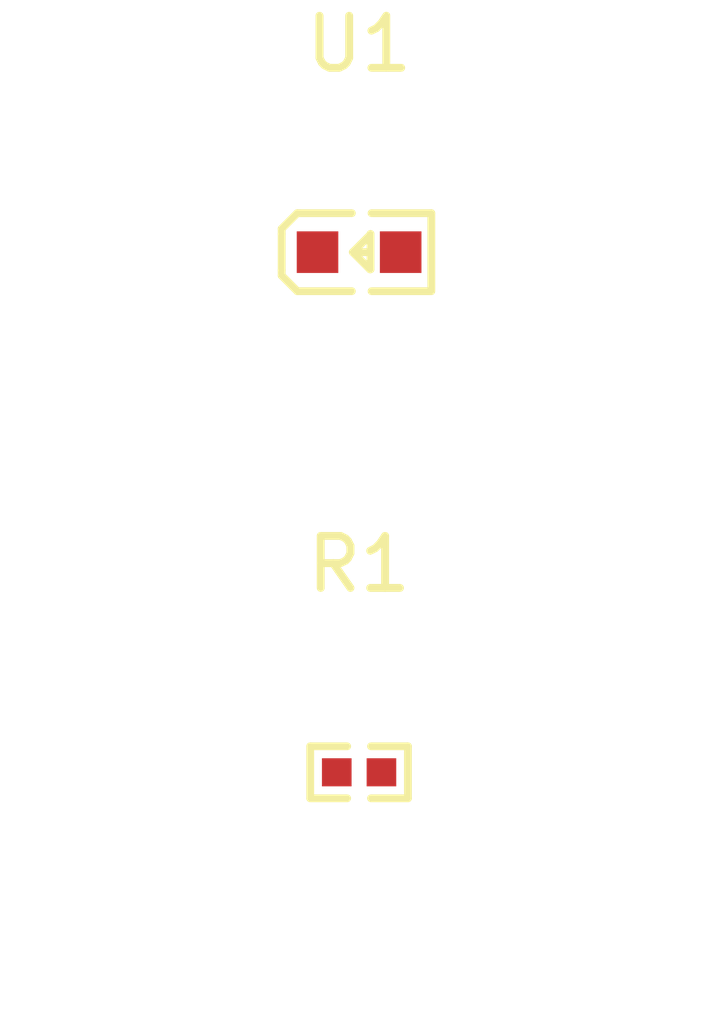
<source format=kicad_pcb>
(kicad_pcb (version 20241229) (generator "atopile") (generator_version "0.3.24")
  (layers (0 "F.Cu" signal) (31 "B.Cu" signal) (34 "B.Paste" user) (35 "F.Paste" user) (36 "B.SilkS" user "B.Silkscreen") (37 "F.SilkS" user "F.Silkscreen") (38 "B.Mask" user) (39 "F.Mask" user) (44 "Edge.Cuts" user))
  (net 0 "")
  (net 1 "gnd")
  (net 2 "cathode")
  (net 3 "anode")
  (footprint "atopile:R0402-56259e" (layer "F.Cu") (at 0 0 0)
    (property "Reference" "R1" (at 0 -4 0) (layer "F.SilkS") (hide no))
    (property "Value" "1kΩ ±1% 62.5mW")
    (fp_line (start -0.23 0.5) (end -0.94 0.5) (stroke (width 0.15)) (layer "F.SilkS"))
    (fp_line (start -0.94 0.5) (end -0.94 -0.5) (stroke (width 0.15)) (layer "F.SilkS"))
    (fp_line (start -0.94 -0.5) (end -0.23 -0.5) (stroke (width 0.15)) (layer "F.SilkS"))
    (fp_line (start 0.23 0.5) (end 0.94 0.5) (stroke (width 0.15)) (layer "F.SilkS"))
    (fp_line (start 0.94 0.5) (end 0.94 -0.5) (stroke (width 0.15)) (layer "F.SilkS"))
    (fp_line (start 0.94 -0.5) (end 0.23 -0.5) (stroke (width 0.15)) (layer "F.SilkS"))
    (fp_text user "${REFERENCE}" (at 0 -4 0) (layer "F.SilkS"))
    (pad "2" smd rect (at 0.43 0 0) (size 0.57 0.54) (layers "F.Cu" "F.Paste" "F.Mask") (net 1 "gnd"))
    (pad "1" smd rect (at -0.43 0 0) (size 0.57 0.54) (layers "F.Cu" "F.Paste" "F.Mask") (net 2 "cathode"))
  )
  (footprint "lib:LED0603-RD" (layer "F.Cu") (at 0 -10 0)
    (property "Reference" "U1" (at 0 -4 0) (layer "F.SilkS") (hide no))
    (property "Value" "")
    (fp_line (start 0.22 0.33) (end 0.21 0.33) (stroke (width 0.15)) (layer "F.SilkS"))
    (fp_line (start 0.21 0.33) (end -0.12 0) (stroke (width 0.15)) (layer "F.SilkS"))
    (fp_line (start 0.22 -0.35) (end 0.22 -0.34) (stroke (width 0.15)) (layer "F.SilkS"))
    (fp_line (start 0.22 -0.34) (end -0.12 0) (stroke (width 0.15)) (layer "F.SilkS"))
    (fp_line (start 0.22 -0.35) (end 0.22 0.33) (stroke (width 0.15)) (layer "F.SilkS"))
    (fp_line (start 0.24 -0.75) (end 1.39 -0.75) (stroke (width 0.15)) (layer "F.SilkS"))
    (fp_line (start 0.24 0.75) (end 1.39 0.75) (stroke (width 0.15)) (layer "F.SilkS"))
    (fp_line (start 1.39 -0.75) (end 1.39 0.73) (stroke (width 0.15)) (layer "F.SilkS"))
    (fp_line (start -0.14 0.75) (end -1.19 0.75) (stroke (width 0.15)) (layer "F.SilkS"))
    (fp_line (start -1.49 0.35) (end -1.49 0.45) (stroke (width 0.15)) (layer "F.SilkS"))
    (fp_line (start -1.49 0.45) (end -1.19 0.75) (stroke (width 0.15)) (layer "F.SilkS"))
    (fp_line (start -1.49 -0.35) (end -1.49 0.35) (stroke (width 0.15)) (layer "F.SilkS"))
    (fp_line (start -1.49 -0.35) (end -1.49 -0.45) (stroke (width 0.15)) (layer "F.SilkS"))
    (fp_line (start -1.49 -0.45) (end -1.19 -0.75) (stroke (width 0.15)) (layer "F.SilkS"))
    (fp_line (start -0.14 -0.75) (end -1.19 -0.75) (stroke (width 0.15)) (layer "F.SilkS"))
    (fp_line (start 0.22 0) (end -0.12 0) (stroke (width 0.15)) (layer "F.SilkS"))
    (fp_text user "${REFERENCE}" (at 0 -4 0) (layer "F.SilkS"))
    (pad "2" smd rect (at 0.8 0 90) (size 0.8 0.8) (layers "F.Cu" "F.Paste" "F.Mask") (net 3 "anode"))
    (pad "1" smd rect (at -0.8 0 90) (size 0.8 0.8) (layers "F.Cu" "F.Paste" "F.Mask") (net 2 "cathode"))
  )
)
</source>
